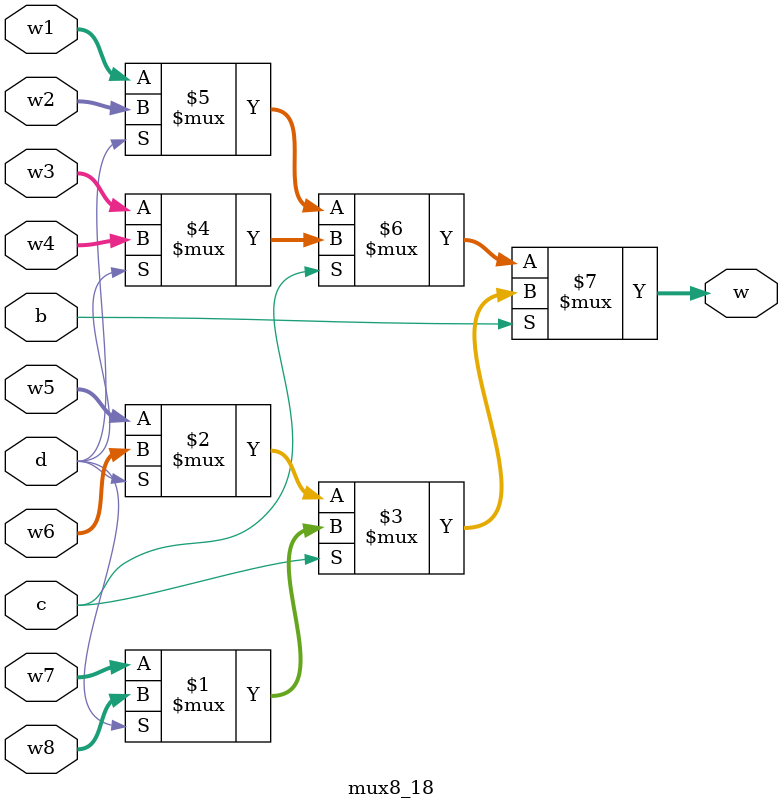
<source format=v>
module mux8_18(w,w1,w2,w3,w4,w5,w6,w7,w8,b,c,d);
output [9:0]w;
input [9:0]w1,w2,w3,w4,w5,w6,w7,w8;
input b,c,d;
assign w=b?(c?(d?w8:w7):(d?w6:w5)):(c?(d?w4:w3):(d?w2:w1));
endmodule

</source>
